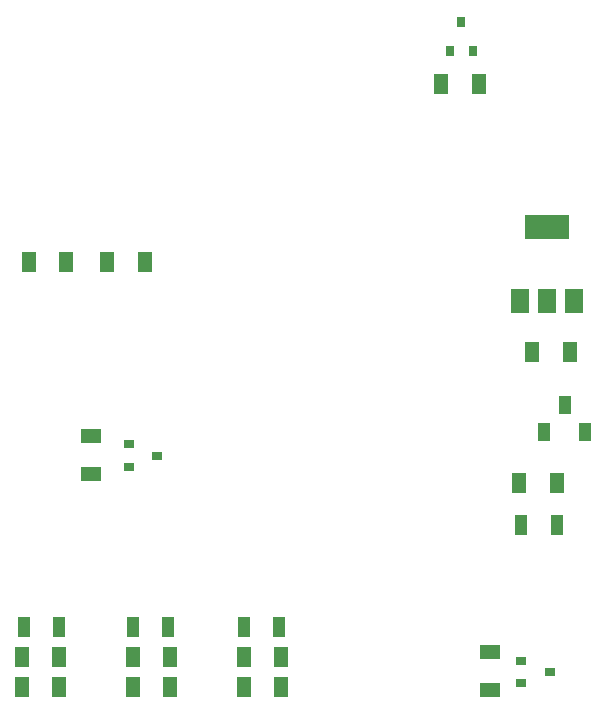
<source format=gbr>
G04 #@! TF.GenerationSoftware,KiCad,Pcbnew,5.0.0-rc2-dev-unknown-2230abd~62~ubuntu16.04.1*
G04 #@! TF.CreationDate,2018-03-12T21:04:26+13:00*
G04 #@! TF.ProjectId,pi-hat,70692D6861742E6B696361645F706362,rev?*
G04 #@! TF.SameCoordinates,Original*
G04 #@! TF.FileFunction,Paste,Top*
G04 #@! TF.FilePolarity,Positive*
%FSLAX46Y46*%
G04 Gerber Fmt 4.6, Leading zero omitted, Abs format (unit mm)*
G04 Created by KiCad (PCBNEW 5.0.0-rc2-dev-unknown-2230abd~62~ubuntu16.04.1) date Mon Mar 12 21:04:26 2018*
%MOMM*%
%LPD*%
G01*
G04 APERTURE LIST*
%ADD10R,1.245000X1.800000*%
%ADD11R,1.070000X1.800000*%
%ADD12R,1.800000X1.245000*%
%ADD13R,1.500000X2.000000*%
%ADD14R,3.800000X2.000000*%
%ADD15R,0.800000X0.900000*%
%ADD16R,0.900000X0.800000*%
%ADD17R,1.000000X1.600000*%
G04 APERTURE END LIST*
D10*
X113187000Y-169557000D03*
X116372000Y-169557000D03*
D11*
X113187000Y-167017000D03*
X116197000Y-167017000D03*
D10*
X116352000Y-172097000D03*
X113167000Y-172097000D03*
D11*
X125587000Y-167017000D03*
X122577000Y-167017000D03*
D10*
X125762000Y-172097000D03*
X122577000Y-172097000D03*
X122577000Y-169557000D03*
X125762000Y-169557000D03*
D11*
X103962000Y-167017000D03*
X106972000Y-167017000D03*
X146061000Y-158316000D03*
X149071000Y-158316000D03*
D10*
X104367500Y-136115000D03*
X107552500Y-136115000D03*
X114225000Y-136115000D03*
X111040000Y-136115000D03*
X139315000Y-121000000D03*
X142500000Y-121000000D03*
X103787000Y-169557000D03*
X106972000Y-169557000D03*
X106972000Y-172097000D03*
X103787000Y-172097000D03*
X145886000Y-154816000D03*
X149071000Y-154816000D03*
X150172000Y-143704000D03*
X146987000Y-143704000D03*
D12*
X143402000Y-172332000D03*
X143402000Y-169147000D03*
D13*
X145944000Y-139400000D03*
X150544000Y-139400000D03*
X148244000Y-139400000D03*
D14*
X148244000Y-133100000D03*
D15*
X141000000Y-115800000D03*
X141950000Y-118200000D03*
X140050000Y-118200000D03*
D16*
X146082000Y-169858000D03*
X146082000Y-171758000D03*
X148482000Y-170808000D03*
D17*
X148000000Y-150500000D03*
X149750000Y-148200000D03*
X151500000Y-150500000D03*
D16*
X112840000Y-151534000D03*
X112840000Y-153434000D03*
X115240000Y-152484000D03*
D12*
X109652000Y-150823000D03*
X109652000Y-154008000D03*
M02*

</source>
